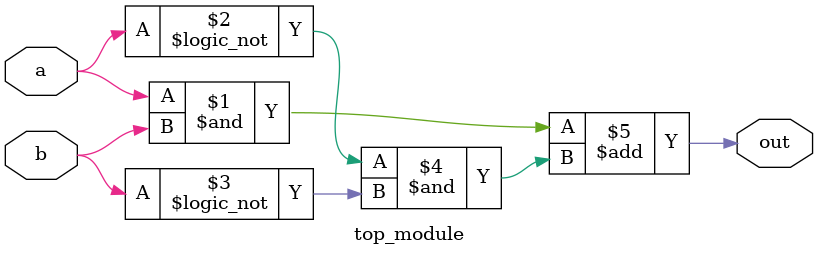
<source format=v>
module top_module( 
    input a, 
    input b, 
    output out );
	
    assign out = (a&b)+((!a)&(!b));
endmodule
</source>
